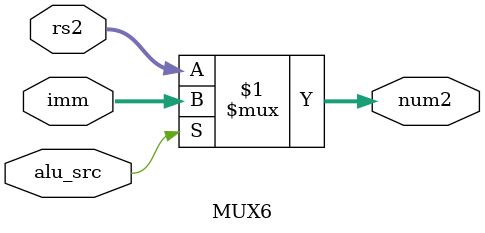
<source format=v>
module MUX6 (
    input [31:0] rs2,
    input [31:0] imm,
    input alu_src,
    output [31:0] num2
);
    assign num2 = (alu_src) ? imm : rs2;
endmodule
</source>
